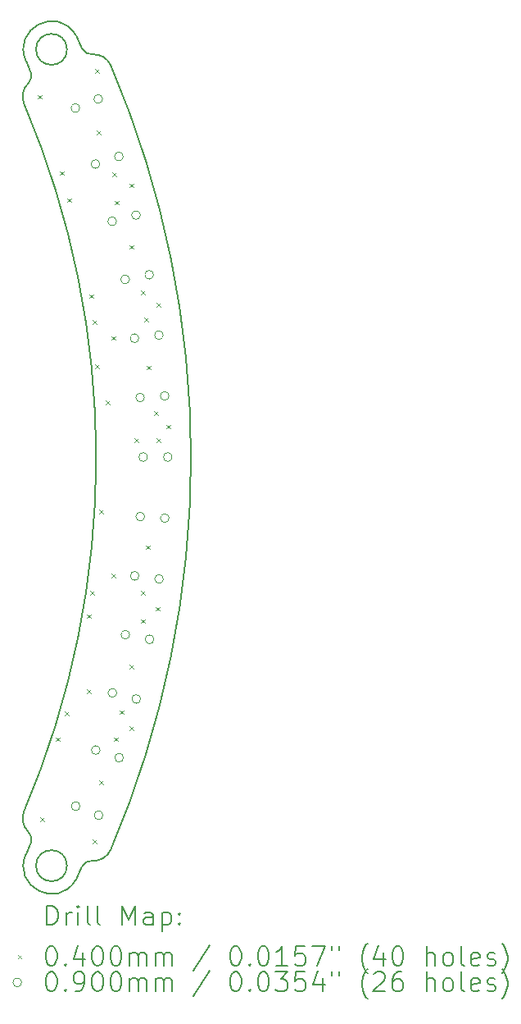
<source format=gbr>
%TF.GenerationSoftware,KiCad,Pcbnew,7.0.9*%
%TF.CreationDate,2024-06-22T15:47:25+09:00*%
%TF.ProjectId,Side_Line,53696465-5f4c-4696-9e65-2e6b69636164,rev?*%
%TF.SameCoordinates,Original*%
%TF.FileFunction,Drillmap*%
%TF.FilePolarity,Positive*%
%FSLAX45Y45*%
G04 Gerber Fmt 4.5, Leading zero omitted, Abs format (unit mm)*
G04 Created by KiCad (PCBNEW 7.0.9) date 2024-06-22 15:47:25*
%MOMM*%
%LPD*%
G01*
G04 APERTURE LIST*
%ADD10C,0.200000*%
%ADD11C,0.100000*%
G04 APERTURE END LIST*
D10*
X23824899Y-14251514D02*
G75*
G03*
X24341568Y-14513911I263851J-120336D01*
G01*
X23824893Y-6068489D02*
X23873173Y-6171469D01*
X24701445Y-14205386D02*
G75*
G03*
X24701445Y-6114614I-9461445J4045386D01*
G01*
X24511906Y-14320114D02*
G75*
G03*
X24701445Y-14205386I14834J189424D01*
G01*
X24248747Y-5948150D02*
G75*
G03*
X24248747Y-5948150I-160000J0D01*
G01*
X24511907Y-14320104D02*
G75*
G03*
X24403957Y-14382575I-8587J-109666D01*
G01*
X24341568Y-14513911D02*
X24403957Y-14382575D01*
X23849163Y-6298081D02*
G75*
G03*
X23804926Y-6510596I130557J-138039D01*
G01*
X24248747Y-14371850D02*
G75*
G03*
X24248747Y-14371850I-160000J0D01*
G01*
X23873177Y-14148533D02*
G75*
G03*
X23849162Y-14021920I-99597J46693D01*
G01*
X23804924Y-13809403D02*
G75*
G03*
X23849162Y-14021920I174796J-74477D01*
G01*
X24341573Y-5806086D02*
G75*
G03*
X23824893Y-6068489I-252823J-142064D01*
G01*
X24403962Y-5937423D02*
G75*
G03*
X24511907Y-5999890I99358J47193D01*
G01*
X23849159Y-6298077D02*
G75*
G03*
X23873173Y-6171469I-75579J79917D01*
G01*
X24701441Y-6114616D02*
G75*
G03*
X24511907Y-5999890I-174702J-74694D01*
G01*
X23804926Y-13809404D02*
G75*
G03*
X23804926Y-6510596I-8564926J3649404D01*
G01*
X24403957Y-5937425D02*
X24341568Y-5806089D01*
X23873173Y-14148531D02*
X23824893Y-14251511D01*
D11*
X23944900Y-6418900D02*
X23984900Y-6458900D01*
X23984900Y-6418900D02*
X23944900Y-6458900D01*
X23970300Y-13873800D02*
X24010300Y-13913800D01*
X24010300Y-13873800D02*
X23970300Y-13913800D01*
X24135400Y-13048300D02*
X24175400Y-13088300D01*
X24175400Y-13048300D02*
X24135400Y-13088300D01*
X24173500Y-7206300D02*
X24213500Y-7246300D01*
X24213500Y-7206300D02*
X24173500Y-7246300D01*
X24224300Y-12781600D02*
X24264300Y-12821600D01*
X24264300Y-12781600D02*
X24224300Y-12821600D01*
X24249700Y-7485700D02*
X24289700Y-7525700D01*
X24289700Y-7485700D02*
X24249700Y-7525700D01*
X24452900Y-11778300D02*
X24492900Y-11818300D01*
X24492900Y-11778300D02*
X24452900Y-11818300D01*
X24452900Y-12553000D02*
X24492900Y-12593000D01*
X24492900Y-12553000D02*
X24452900Y-12593000D01*
X24478300Y-8476300D02*
X24518300Y-8516300D01*
X24518300Y-8476300D02*
X24478300Y-8516300D01*
X24491000Y-11537000D02*
X24531000Y-11577000D01*
X24531000Y-11537000D02*
X24491000Y-11577000D01*
X24516400Y-8743000D02*
X24556400Y-8783000D01*
X24556400Y-8743000D02*
X24516400Y-8783000D01*
X24516400Y-14102400D02*
X24556400Y-14142400D01*
X24556400Y-14102400D02*
X24516400Y-14142400D01*
X24541800Y-6152200D02*
X24581800Y-6192200D01*
X24581800Y-6152200D02*
X24541800Y-6192200D01*
X24541800Y-9200200D02*
X24581800Y-9240200D01*
X24581800Y-9200200D02*
X24541800Y-9240200D01*
X24554500Y-6787200D02*
X24594500Y-6827200D01*
X24594500Y-6787200D02*
X24554500Y-6827200D01*
X24579900Y-10698800D02*
X24619900Y-10738800D01*
X24619900Y-10698800D02*
X24579900Y-10738800D01*
X24579900Y-13492800D02*
X24619900Y-13532800D01*
X24619900Y-13492800D02*
X24579900Y-13532800D01*
X24652340Y-9571040D02*
X24692340Y-9611040D01*
X24692340Y-9571040D02*
X24652340Y-9611040D01*
X24706900Y-8908100D02*
X24746900Y-8948100D01*
X24746900Y-8908100D02*
X24706900Y-8948100D01*
X24706900Y-11359200D02*
X24746900Y-11399200D01*
X24746900Y-11359200D02*
X24706900Y-11399200D01*
X24719600Y-7219000D02*
X24759600Y-7259000D01*
X24759600Y-7219000D02*
X24719600Y-7259000D01*
X24732300Y-13048300D02*
X24772300Y-13088300D01*
X24772300Y-13048300D02*
X24732300Y-13088300D01*
X24745000Y-7511100D02*
X24785000Y-7551100D01*
X24785000Y-7511100D02*
X24745000Y-7551100D01*
X24795800Y-12768900D02*
X24835800Y-12808900D01*
X24835800Y-12768900D02*
X24795800Y-12808900D01*
X24897400Y-7333300D02*
X24937400Y-7373300D01*
X24937400Y-7333300D02*
X24897400Y-7373300D01*
X24897400Y-7968300D02*
X24937400Y-8008300D01*
X24937400Y-7968300D02*
X24897400Y-8008300D01*
X24897400Y-12299000D02*
X24937400Y-12339000D01*
X24937400Y-12299000D02*
X24897400Y-12339000D01*
X24897400Y-12934000D02*
X24937400Y-12974000D01*
X24937400Y-12934000D02*
X24897400Y-12974000D01*
X24948200Y-9962200D02*
X24988200Y-10002200D01*
X24988200Y-9962200D02*
X24948200Y-10002200D01*
X25011700Y-8438200D02*
X25051700Y-8478200D01*
X25051700Y-8438200D02*
X25011700Y-8478200D01*
X25011700Y-11537000D02*
X25051700Y-11577000D01*
X25051700Y-11537000D02*
X25011700Y-11577000D01*
X25011700Y-11829100D02*
X25051700Y-11869100D01*
X25051700Y-11829100D02*
X25011700Y-11869100D01*
X25049800Y-8717600D02*
X25089800Y-8757600D01*
X25089800Y-8717600D02*
X25049800Y-8757600D01*
X25062500Y-11067100D02*
X25102500Y-11107100D01*
X25102500Y-11067100D02*
X25062500Y-11107100D01*
X25075200Y-9212900D02*
X25115200Y-9252900D01*
X25115200Y-9212900D02*
X25075200Y-9252900D01*
X25151400Y-9682800D02*
X25191400Y-9722800D01*
X25191400Y-9682800D02*
X25151400Y-9722800D01*
X25164100Y-11702100D02*
X25204100Y-11742100D01*
X25204100Y-11702100D02*
X25164100Y-11742100D01*
X25172450Y-9962200D02*
X25212450Y-10002200D01*
X25212450Y-9962200D02*
X25172450Y-10002200D01*
X25176800Y-8565200D02*
X25216800Y-8605200D01*
X25216800Y-8565200D02*
X25176800Y-8605200D01*
X25278400Y-9822500D02*
X25318400Y-9862500D01*
X25318400Y-9822500D02*
X25278400Y-9862500D01*
X24380602Y-6553333D02*
G75*
G03*
X24380602Y-6553333I-45000J0D01*
G01*
X24384342Y-13757221D02*
G75*
G03*
X24384342Y-13757221I-45000J0D01*
G01*
X24588168Y-7131876D02*
G75*
G03*
X24588168Y-7131876I-45000J0D01*
G01*
X24591307Y-13178461D02*
G75*
G03*
X24591307Y-13178461I-45000J0D01*
G01*
X24616766Y-6459829D02*
G75*
G03*
X24616766Y-6459829I-45000J0D01*
G01*
X24620506Y-13850724D02*
G75*
G03*
X24620506Y-13850724I-45000J0D01*
G01*
X24760916Y-7721753D02*
G75*
G03*
X24760916Y-7721753I-45000J0D01*
G01*
X24763443Y-12588406D02*
G75*
G03*
X24763443Y-12588406I-45000J0D01*
G01*
X24829736Y-7053386D02*
G75*
G03*
X24829736Y-7053386I-45000J0D01*
G01*
X24832876Y-13256951D02*
G75*
G03*
X24832876Y-13256951I-45000J0D01*
G01*
X24894334Y-8321750D02*
G75*
G03*
X24894334Y-8321750I-45000J0D01*
G01*
X24897220Y-11988457D02*
G75*
G03*
X24897220Y-11988457I-45000J0D01*
G01*
X24991789Y-8928627D02*
G75*
G03*
X24991789Y-8928627I-45000J0D01*
G01*
X24993062Y-11381293D02*
G75*
G03*
X24993062Y-11381293I-45000J0D01*
G01*
X25006936Y-7658586D02*
G75*
G03*
X25006936Y-7658586I-45000J0D01*
G01*
X25009463Y-12651573D02*
G75*
G03*
X25009463Y-12651573I-45000J0D01*
G01*
X25049953Y-9540551D02*
G75*
G03*
X25049953Y-9540551I-45000J0D01*
G01*
X25050591Y-10769309D02*
G75*
G03*
X25050591Y-10769309I-45000J0D01*
G01*
X25081780Y-10154920D02*
G75*
G03*
X25081780Y-10154920I-45000J0D01*
G01*
X25143835Y-8274155D02*
G75*
G03*
X25143835Y-8274155I-45000J0D01*
G01*
X25146721Y-12036052D02*
G75*
G03*
X25146721Y-12036052I-45000J0D01*
G01*
X25243786Y-8896792D02*
G75*
G03*
X25243786Y-8896792I-45000J0D01*
G01*
X25245059Y-11413128D02*
G75*
G03*
X25245059Y-11413128I-45000J0D01*
G01*
X25303452Y-9524602D02*
G75*
G03*
X25303452Y-9524602I-45000J0D01*
G01*
X25304090Y-10785258D02*
G75*
G03*
X25304090Y-10785258I-45000J0D01*
G01*
X25335780Y-10154920D02*
G75*
G03*
X25335780Y-10154920I-45000J0D01*
G01*
D10*
X24040496Y-14983331D02*
X24040496Y-14783331D01*
X24040496Y-14783331D02*
X24088115Y-14783331D01*
X24088115Y-14783331D02*
X24116686Y-14792855D01*
X24116686Y-14792855D02*
X24135734Y-14811902D01*
X24135734Y-14811902D02*
X24145258Y-14830950D01*
X24145258Y-14830950D02*
X24154781Y-14869045D01*
X24154781Y-14869045D02*
X24154781Y-14897617D01*
X24154781Y-14897617D02*
X24145258Y-14935712D01*
X24145258Y-14935712D02*
X24135734Y-14954759D01*
X24135734Y-14954759D02*
X24116686Y-14973807D01*
X24116686Y-14973807D02*
X24088115Y-14983331D01*
X24088115Y-14983331D02*
X24040496Y-14983331D01*
X24240496Y-14983331D02*
X24240496Y-14849998D01*
X24240496Y-14888093D02*
X24250020Y-14869045D01*
X24250020Y-14869045D02*
X24259543Y-14859521D01*
X24259543Y-14859521D02*
X24278591Y-14849998D01*
X24278591Y-14849998D02*
X24297639Y-14849998D01*
X24364305Y-14983331D02*
X24364305Y-14849998D01*
X24364305Y-14783331D02*
X24354781Y-14792855D01*
X24354781Y-14792855D02*
X24364305Y-14802379D01*
X24364305Y-14802379D02*
X24373829Y-14792855D01*
X24373829Y-14792855D02*
X24364305Y-14783331D01*
X24364305Y-14783331D02*
X24364305Y-14802379D01*
X24488115Y-14983331D02*
X24469067Y-14973807D01*
X24469067Y-14973807D02*
X24459543Y-14954759D01*
X24459543Y-14954759D02*
X24459543Y-14783331D01*
X24592877Y-14983331D02*
X24573829Y-14973807D01*
X24573829Y-14973807D02*
X24564305Y-14954759D01*
X24564305Y-14954759D02*
X24564305Y-14783331D01*
X24821448Y-14983331D02*
X24821448Y-14783331D01*
X24821448Y-14783331D02*
X24888115Y-14926188D01*
X24888115Y-14926188D02*
X24954781Y-14783331D01*
X24954781Y-14783331D02*
X24954781Y-14983331D01*
X25135734Y-14983331D02*
X25135734Y-14878569D01*
X25135734Y-14878569D02*
X25126210Y-14859521D01*
X25126210Y-14859521D02*
X25107162Y-14849998D01*
X25107162Y-14849998D02*
X25069067Y-14849998D01*
X25069067Y-14849998D02*
X25050020Y-14859521D01*
X25135734Y-14973807D02*
X25116686Y-14983331D01*
X25116686Y-14983331D02*
X25069067Y-14983331D01*
X25069067Y-14983331D02*
X25050020Y-14973807D01*
X25050020Y-14973807D02*
X25040496Y-14954759D01*
X25040496Y-14954759D02*
X25040496Y-14935712D01*
X25040496Y-14935712D02*
X25050020Y-14916664D01*
X25050020Y-14916664D02*
X25069067Y-14907140D01*
X25069067Y-14907140D02*
X25116686Y-14907140D01*
X25116686Y-14907140D02*
X25135734Y-14897617D01*
X25230972Y-14849998D02*
X25230972Y-15049998D01*
X25230972Y-14859521D02*
X25250020Y-14849998D01*
X25250020Y-14849998D02*
X25288115Y-14849998D01*
X25288115Y-14849998D02*
X25307162Y-14859521D01*
X25307162Y-14859521D02*
X25316686Y-14869045D01*
X25316686Y-14869045D02*
X25326210Y-14888093D01*
X25326210Y-14888093D02*
X25326210Y-14945236D01*
X25326210Y-14945236D02*
X25316686Y-14964283D01*
X25316686Y-14964283D02*
X25307162Y-14973807D01*
X25307162Y-14973807D02*
X25288115Y-14983331D01*
X25288115Y-14983331D02*
X25250020Y-14983331D01*
X25250020Y-14983331D02*
X25230972Y-14973807D01*
X25411924Y-14964283D02*
X25421448Y-14973807D01*
X25421448Y-14973807D02*
X25411924Y-14983331D01*
X25411924Y-14983331D02*
X25402401Y-14973807D01*
X25402401Y-14973807D02*
X25411924Y-14964283D01*
X25411924Y-14964283D02*
X25411924Y-14983331D01*
X25411924Y-14859521D02*
X25421448Y-14869045D01*
X25421448Y-14869045D02*
X25411924Y-14878569D01*
X25411924Y-14878569D02*
X25402401Y-14869045D01*
X25402401Y-14869045D02*
X25411924Y-14859521D01*
X25411924Y-14859521D02*
X25411924Y-14878569D01*
D11*
X23739719Y-15291847D02*
X23779719Y-15331847D01*
X23779719Y-15291847D02*
X23739719Y-15331847D01*
D10*
X24078591Y-15203331D02*
X24097639Y-15203331D01*
X24097639Y-15203331D02*
X24116686Y-15212855D01*
X24116686Y-15212855D02*
X24126210Y-15222379D01*
X24126210Y-15222379D02*
X24135734Y-15241426D01*
X24135734Y-15241426D02*
X24145258Y-15279521D01*
X24145258Y-15279521D02*
X24145258Y-15327140D01*
X24145258Y-15327140D02*
X24135734Y-15365236D01*
X24135734Y-15365236D02*
X24126210Y-15384283D01*
X24126210Y-15384283D02*
X24116686Y-15393807D01*
X24116686Y-15393807D02*
X24097639Y-15403331D01*
X24097639Y-15403331D02*
X24078591Y-15403331D01*
X24078591Y-15403331D02*
X24059543Y-15393807D01*
X24059543Y-15393807D02*
X24050020Y-15384283D01*
X24050020Y-15384283D02*
X24040496Y-15365236D01*
X24040496Y-15365236D02*
X24030972Y-15327140D01*
X24030972Y-15327140D02*
X24030972Y-15279521D01*
X24030972Y-15279521D02*
X24040496Y-15241426D01*
X24040496Y-15241426D02*
X24050020Y-15222379D01*
X24050020Y-15222379D02*
X24059543Y-15212855D01*
X24059543Y-15212855D02*
X24078591Y-15203331D01*
X24230972Y-15384283D02*
X24240496Y-15393807D01*
X24240496Y-15393807D02*
X24230972Y-15403331D01*
X24230972Y-15403331D02*
X24221448Y-15393807D01*
X24221448Y-15393807D02*
X24230972Y-15384283D01*
X24230972Y-15384283D02*
X24230972Y-15403331D01*
X24411924Y-15269998D02*
X24411924Y-15403331D01*
X24364305Y-15193807D02*
X24316686Y-15336664D01*
X24316686Y-15336664D02*
X24440496Y-15336664D01*
X24554781Y-15203331D02*
X24573829Y-15203331D01*
X24573829Y-15203331D02*
X24592877Y-15212855D01*
X24592877Y-15212855D02*
X24602401Y-15222379D01*
X24602401Y-15222379D02*
X24611924Y-15241426D01*
X24611924Y-15241426D02*
X24621448Y-15279521D01*
X24621448Y-15279521D02*
X24621448Y-15327140D01*
X24621448Y-15327140D02*
X24611924Y-15365236D01*
X24611924Y-15365236D02*
X24602401Y-15384283D01*
X24602401Y-15384283D02*
X24592877Y-15393807D01*
X24592877Y-15393807D02*
X24573829Y-15403331D01*
X24573829Y-15403331D02*
X24554781Y-15403331D01*
X24554781Y-15403331D02*
X24535734Y-15393807D01*
X24535734Y-15393807D02*
X24526210Y-15384283D01*
X24526210Y-15384283D02*
X24516686Y-15365236D01*
X24516686Y-15365236D02*
X24507162Y-15327140D01*
X24507162Y-15327140D02*
X24507162Y-15279521D01*
X24507162Y-15279521D02*
X24516686Y-15241426D01*
X24516686Y-15241426D02*
X24526210Y-15222379D01*
X24526210Y-15222379D02*
X24535734Y-15212855D01*
X24535734Y-15212855D02*
X24554781Y-15203331D01*
X24745258Y-15203331D02*
X24764305Y-15203331D01*
X24764305Y-15203331D02*
X24783353Y-15212855D01*
X24783353Y-15212855D02*
X24792877Y-15222379D01*
X24792877Y-15222379D02*
X24802401Y-15241426D01*
X24802401Y-15241426D02*
X24811924Y-15279521D01*
X24811924Y-15279521D02*
X24811924Y-15327140D01*
X24811924Y-15327140D02*
X24802401Y-15365236D01*
X24802401Y-15365236D02*
X24792877Y-15384283D01*
X24792877Y-15384283D02*
X24783353Y-15393807D01*
X24783353Y-15393807D02*
X24764305Y-15403331D01*
X24764305Y-15403331D02*
X24745258Y-15403331D01*
X24745258Y-15403331D02*
X24726210Y-15393807D01*
X24726210Y-15393807D02*
X24716686Y-15384283D01*
X24716686Y-15384283D02*
X24707162Y-15365236D01*
X24707162Y-15365236D02*
X24697639Y-15327140D01*
X24697639Y-15327140D02*
X24697639Y-15279521D01*
X24697639Y-15279521D02*
X24707162Y-15241426D01*
X24707162Y-15241426D02*
X24716686Y-15222379D01*
X24716686Y-15222379D02*
X24726210Y-15212855D01*
X24726210Y-15212855D02*
X24745258Y-15203331D01*
X24897639Y-15403331D02*
X24897639Y-15269998D01*
X24897639Y-15289045D02*
X24907162Y-15279521D01*
X24907162Y-15279521D02*
X24926210Y-15269998D01*
X24926210Y-15269998D02*
X24954782Y-15269998D01*
X24954782Y-15269998D02*
X24973829Y-15279521D01*
X24973829Y-15279521D02*
X24983353Y-15298569D01*
X24983353Y-15298569D02*
X24983353Y-15403331D01*
X24983353Y-15298569D02*
X24992877Y-15279521D01*
X24992877Y-15279521D02*
X25011924Y-15269998D01*
X25011924Y-15269998D02*
X25040496Y-15269998D01*
X25040496Y-15269998D02*
X25059543Y-15279521D01*
X25059543Y-15279521D02*
X25069067Y-15298569D01*
X25069067Y-15298569D02*
X25069067Y-15403331D01*
X25164305Y-15403331D02*
X25164305Y-15269998D01*
X25164305Y-15289045D02*
X25173829Y-15279521D01*
X25173829Y-15279521D02*
X25192877Y-15269998D01*
X25192877Y-15269998D02*
X25221448Y-15269998D01*
X25221448Y-15269998D02*
X25240496Y-15279521D01*
X25240496Y-15279521D02*
X25250020Y-15298569D01*
X25250020Y-15298569D02*
X25250020Y-15403331D01*
X25250020Y-15298569D02*
X25259543Y-15279521D01*
X25259543Y-15279521D02*
X25278591Y-15269998D01*
X25278591Y-15269998D02*
X25307162Y-15269998D01*
X25307162Y-15269998D02*
X25326210Y-15279521D01*
X25326210Y-15279521D02*
X25335734Y-15298569D01*
X25335734Y-15298569D02*
X25335734Y-15403331D01*
X25726210Y-15193807D02*
X25554782Y-15450950D01*
X25983353Y-15203331D02*
X26002401Y-15203331D01*
X26002401Y-15203331D02*
X26021448Y-15212855D01*
X26021448Y-15212855D02*
X26030972Y-15222379D01*
X26030972Y-15222379D02*
X26040496Y-15241426D01*
X26040496Y-15241426D02*
X26050020Y-15279521D01*
X26050020Y-15279521D02*
X26050020Y-15327140D01*
X26050020Y-15327140D02*
X26040496Y-15365236D01*
X26040496Y-15365236D02*
X26030972Y-15384283D01*
X26030972Y-15384283D02*
X26021448Y-15393807D01*
X26021448Y-15393807D02*
X26002401Y-15403331D01*
X26002401Y-15403331D02*
X25983353Y-15403331D01*
X25983353Y-15403331D02*
X25964305Y-15393807D01*
X25964305Y-15393807D02*
X25954782Y-15384283D01*
X25954782Y-15384283D02*
X25945258Y-15365236D01*
X25945258Y-15365236D02*
X25935734Y-15327140D01*
X25935734Y-15327140D02*
X25935734Y-15279521D01*
X25935734Y-15279521D02*
X25945258Y-15241426D01*
X25945258Y-15241426D02*
X25954782Y-15222379D01*
X25954782Y-15222379D02*
X25964305Y-15212855D01*
X25964305Y-15212855D02*
X25983353Y-15203331D01*
X26135734Y-15384283D02*
X26145258Y-15393807D01*
X26145258Y-15393807D02*
X26135734Y-15403331D01*
X26135734Y-15403331D02*
X26126210Y-15393807D01*
X26126210Y-15393807D02*
X26135734Y-15384283D01*
X26135734Y-15384283D02*
X26135734Y-15403331D01*
X26269067Y-15203331D02*
X26288115Y-15203331D01*
X26288115Y-15203331D02*
X26307163Y-15212855D01*
X26307163Y-15212855D02*
X26316686Y-15222379D01*
X26316686Y-15222379D02*
X26326210Y-15241426D01*
X26326210Y-15241426D02*
X26335734Y-15279521D01*
X26335734Y-15279521D02*
X26335734Y-15327140D01*
X26335734Y-15327140D02*
X26326210Y-15365236D01*
X26326210Y-15365236D02*
X26316686Y-15384283D01*
X26316686Y-15384283D02*
X26307163Y-15393807D01*
X26307163Y-15393807D02*
X26288115Y-15403331D01*
X26288115Y-15403331D02*
X26269067Y-15403331D01*
X26269067Y-15403331D02*
X26250020Y-15393807D01*
X26250020Y-15393807D02*
X26240496Y-15384283D01*
X26240496Y-15384283D02*
X26230972Y-15365236D01*
X26230972Y-15365236D02*
X26221448Y-15327140D01*
X26221448Y-15327140D02*
X26221448Y-15279521D01*
X26221448Y-15279521D02*
X26230972Y-15241426D01*
X26230972Y-15241426D02*
X26240496Y-15222379D01*
X26240496Y-15222379D02*
X26250020Y-15212855D01*
X26250020Y-15212855D02*
X26269067Y-15203331D01*
X26526210Y-15403331D02*
X26411925Y-15403331D01*
X26469067Y-15403331D02*
X26469067Y-15203331D01*
X26469067Y-15203331D02*
X26450020Y-15231902D01*
X26450020Y-15231902D02*
X26430972Y-15250950D01*
X26430972Y-15250950D02*
X26411925Y-15260474D01*
X26707163Y-15203331D02*
X26611925Y-15203331D01*
X26611925Y-15203331D02*
X26602401Y-15298569D01*
X26602401Y-15298569D02*
X26611925Y-15289045D01*
X26611925Y-15289045D02*
X26630972Y-15279521D01*
X26630972Y-15279521D02*
X26678591Y-15279521D01*
X26678591Y-15279521D02*
X26697639Y-15289045D01*
X26697639Y-15289045D02*
X26707163Y-15298569D01*
X26707163Y-15298569D02*
X26716686Y-15317617D01*
X26716686Y-15317617D02*
X26716686Y-15365236D01*
X26716686Y-15365236D02*
X26707163Y-15384283D01*
X26707163Y-15384283D02*
X26697639Y-15393807D01*
X26697639Y-15393807D02*
X26678591Y-15403331D01*
X26678591Y-15403331D02*
X26630972Y-15403331D01*
X26630972Y-15403331D02*
X26611925Y-15393807D01*
X26611925Y-15393807D02*
X26602401Y-15384283D01*
X26783353Y-15203331D02*
X26916686Y-15203331D01*
X26916686Y-15203331D02*
X26830972Y-15403331D01*
X26983353Y-15203331D02*
X26983353Y-15241426D01*
X27059544Y-15203331D02*
X27059544Y-15241426D01*
X27354782Y-15479521D02*
X27345258Y-15469998D01*
X27345258Y-15469998D02*
X27326210Y-15441426D01*
X27326210Y-15441426D02*
X27316687Y-15422379D01*
X27316687Y-15422379D02*
X27307163Y-15393807D01*
X27307163Y-15393807D02*
X27297639Y-15346188D01*
X27297639Y-15346188D02*
X27297639Y-15308093D01*
X27297639Y-15308093D02*
X27307163Y-15260474D01*
X27307163Y-15260474D02*
X27316687Y-15231902D01*
X27316687Y-15231902D02*
X27326210Y-15212855D01*
X27326210Y-15212855D02*
X27345258Y-15184283D01*
X27345258Y-15184283D02*
X27354782Y-15174759D01*
X27516687Y-15269998D02*
X27516687Y-15403331D01*
X27469067Y-15193807D02*
X27421448Y-15336664D01*
X27421448Y-15336664D02*
X27545258Y-15336664D01*
X27659544Y-15203331D02*
X27678591Y-15203331D01*
X27678591Y-15203331D02*
X27697639Y-15212855D01*
X27697639Y-15212855D02*
X27707163Y-15222379D01*
X27707163Y-15222379D02*
X27716687Y-15241426D01*
X27716687Y-15241426D02*
X27726210Y-15279521D01*
X27726210Y-15279521D02*
X27726210Y-15327140D01*
X27726210Y-15327140D02*
X27716687Y-15365236D01*
X27716687Y-15365236D02*
X27707163Y-15384283D01*
X27707163Y-15384283D02*
X27697639Y-15393807D01*
X27697639Y-15393807D02*
X27678591Y-15403331D01*
X27678591Y-15403331D02*
X27659544Y-15403331D01*
X27659544Y-15403331D02*
X27640496Y-15393807D01*
X27640496Y-15393807D02*
X27630972Y-15384283D01*
X27630972Y-15384283D02*
X27621448Y-15365236D01*
X27621448Y-15365236D02*
X27611925Y-15327140D01*
X27611925Y-15327140D02*
X27611925Y-15279521D01*
X27611925Y-15279521D02*
X27621448Y-15241426D01*
X27621448Y-15241426D02*
X27630972Y-15222379D01*
X27630972Y-15222379D02*
X27640496Y-15212855D01*
X27640496Y-15212855D02*
X27659544Y-15203331D01*
X27964306Y-15403331D02*
X27964306Y-15203331D01*
X28050020Y-15403331D02*
X28050020Y-15298569D01*
X28050020Y-15298569D02*
X28040496Y-15279521D01*
X28040496Y-15279521D02*
X28021449Y-15269998D01*
X28021449Y-15269998D02*
X27992877Y-15269998D01*
X27992877Y-15269998D02*
X27973829Y-15279521D01*
X27973829Y-15279521D02*
X27964306Y-15289045D01*
X28173829Y-15403331D02*
X28154782Y-15393807D01*
X28154782Y-15393807D02*
X28145258Y-15384283D01*
X28145258Y-15384283D02*
X28135734Y-15365236D01*
X28135734Y-15365236D02*
X28135734Y-15308093D01*
X28135734Y-15308093D02*
X28145258Y-15289045D01*
X28145258Y-15289045D02*
X28154782Y-15279521D01*
X28154782Y-15279521D02*
X28173829Y-15269998D01*
X28173829Y-15269998D02*
X28202401Y-15269998D01*
X28202401Y-15269998D02*
X28221449Y-15279521D01*
X28221449Y-15279521D02*
X28230972Y-15289045D01*
X28230972Y-15289045D02*
X28240496Y-15308093D01*
X28240496Y-15308093D02*
X28240496Y-15365236D01*
X28240496Y-15365236D02*
X28230972Y-15384283D01*
X28230972Y-15384283D02*
X28221449Y-15393807D01*
X28221449Y-15393807D02*
X28202401Y-15403331D01*
X28202401Y-15403331D02*
X28173829Y-15403331D01*
X28354782Y-15403331D02*
X28335734Y-15393807D01*
X28335734Y-15393807D02*
X28326210Y-15374759D01*
X28326210Y-15374759D02*
X28326210Y-15203331D01*
X28507163Y-15393807D02*
X28488115Y-15403331D01*
X28488115Y-15403331D02*
X28450020Y-15403331D01*
X28450020Y-15403331D02*
X28430972Y-15393807D01*
X28430972Y-15393807D02*
X28421449Y-15374759D01*
X28421449Y-15374759D02*
X28421449Y-15298569D01*
X28421449Y-15298569D02*
X28430972Y-15279521D01*
X28430972Y-15279521D02*
X28450020Y-15269998D01*
X28450020Y-15269998D02*
X28488115Y-15269998D01*
X28488115Y-15269998D02*
X28507163Y-15279521D01*
X28507163Y-15279521D02*
X28516687Y-15298569D01*
X28516687Y-15298569D02*
X28516687Y-15317617D01*
X28516687Y-15317617D02*
X28421449Y-15336664D01*
X28592877Y-15393807D02*
X28611925Y-15403331D01*
X28611925Y-15403331D02*
X28650020Y-15403331D01*
X28650020Y-15403331D02*
X28669068Y-15393807D01*
X28669068Y-15393807D02*
X28678591Y-15374759D01*
X28678591Y-15374759D02*
X28678591Y-15365236D01*
X28678591Y-15365236D02*
X28669068Y-15346188D01*
X28669068Y-15346188D02*
X28650020Y-15336664D01*
X28650020Y-15336664D02*
X28621449Y-15336664D01*
X28621449Y-15336664D02*
X28602401Y-15327140D01*
X28602401Y-15327140D02*
X28592877Y-15308093D01*
X28592877Y-15308093D02*
X28592877Y-15298569D01*
X28592877Y-15298569D02*
X28602401Y-15279521D01*
X28602401Y-15279521D02*
X28621449Y-15269998D01*
X28621449Y-15269998D02*
X28650020Y-15269998D01*
X28650020Y-15269998D02*
X28669068Y-15279521D01*
X28745258Y-15479521D02*
X28754782Y-15469998D01*
X28754782Y-15469998D02*
X28773830Y-15441426D01*
X28773830Y-15441426D02*
X28783353Y-15422379D01*
X28783353Y-15422379D02*
X28792877Y-15393807D01*
X28792877Y-15393807D02*
X28802401Y-15346188D01*
X28802401Y-15346188D02*
X28802401Y-15308093D01*
X28802401Y-15308093D02*
X28792877Y-15260474D01*
X28792877Y-15260474D02*
X28783353Y-15231902D01*
X28783353Y-15231902D02*
X28773830Y-15212855D01*
X28773830Y-15212855D02*
X28754782Y-15184283D01*
X28754782Y-15184283D02*
X28745258Y-15174759D01*
D11*
X23779719Y-15575847D02*
G75*
G03*
X23779719Y-15575847I-45000J0D01*
G01*
D10*
X24078591Y-15467331D02*
X24097639Y-15467331D01*
X24097639Y-15467331D02*
X24116686Y-15476855D01*
X24116686Y-15476855D02*
X24126210Y-15486379D01*
X24126210Y-15486379D02*
X24135734Y-15505426D01*
X24135734Y-15505426D02*
X24145258Y-15543521D01*
X24145258Y-15543521D02*
X24145258Y-15591140D01*
X24145258Y-15591140D02*
X24135734Y-15629236D01*
X24135734Y-15629236D02*
X24126210Y-15648283D01*
X24126210Y-15648283D02*
X24116686Y-15657807D01*
X24116686Y-15657807D02*
X24097639Y-15667331D01*
X24097639Y-15667331D02*
X24078591Y-15667331D01*
X24078591Y-15667331D02*
X24059543Y-15657807D01*
X24059543Y-15657807D02*
X24050020Y-15648283D01*
X24050020Y-15648283D02*
X24040496Y-15629236D01*
X24040496Y-15629236D02*
X24030972Y-15591140D01*
X24030972Y-15591140D02*
X24030972Y-15543521D01*
X24030972Y-15543521D02*
X24040496Y-15505426D01*
X24040496Y-15505426D02*
X24050020Y-15486379D01*
X24050020Y-15486379D02*
X24059543Y-15476855D01*
X24059543Y-15476855D02*
X24078591Y-15467331D01*
X24230972Y-15648283D02*
X24240496Y-15657807D01*
X24240496Y-15657807D02*
X24230972Y-15667331D01*
X24230972Y-15667331D02*
X24221448Y-15657807D01*
X24221448Y-15657807D02*
X24230972Y-15648283D01*
X24230972Y-15648283D02*
X24230972Y-15667331D01*
X24335734Y-15667331D02*
X24373829Y-15667331D01*
X24373829Y-15667331D02*
X24392877Y-15657807D01*
X24392877Y-15657807D02*
X24402401Y-15648283D01*
X24402401Y-15648283D02*
X24421448Y-15619712D01*
X24421448Y-15619712D02*
X24430972Y-15581617D01*
X24430972Y-15581617D02*
X24430972Y-15505426D01*
X24430972Y-15505426D02*
X24421448Y-15486379D01*
X24421448Y-15486379D02*
X24411924Y-15476855D01*
X24411924Y-15476855D02*
X24392877Y-15467331D01*
X24392877Y-15467331D02*
X24354781Y-15467331D01*
X24354781Y-15467331D02*
X24335734Y-15476855D01*
X24335734Y-15476855D02*
X24326210Y-15486379D01*
X24326210Y-15486379D02*
X24316686Y-15505426D01*
X24316686Y-15505426D02*
X24316686Y-15553045D01*
X24316686Y-15553045D02*
X24326210Y-15572093D01*
X24326210Y-15572093D02*
X24335734Y-15581617D01*
X24335734Y-15581617D02*
X24354781Y-15591140D01*
X24354781Y-15591140D02*
X24392877Y-15591140D01*
X24392877Y-15591140D02*
X24411924Y-15581617D01*
X24411924Y-15581617D02*
X24421448Y-15572093D01*
X24421448Y-15572093D02*
X24430972Y-15553045D01*
X24554781Y-15467331D02*
X24573829Y-15467331D01*
X24573829Y-15467331D02*
X24592877Y-15476855D01*
X24592877Y-15476855D02*
X24602401Y-15486379D01*
X24602401Y-15486379D02*
X24611924Y-15505426D01*
X24611924Y-15505426D02*
X24621448Y-15543521D01*
X24621448Y-15543521D02*
X24621448Y-15591140D01*
X24621448Y-15591140D02*
X24611924Y-15629236D01*
X24611924Y-15629236D02*
X24602401Y-15648283D01*
X24602401Y-15648283D02*
X24592877Y-15657807D01*
X24592877Y-15657807D02*
X24573829Y-15667331D01*
X24573829Y-15667331D02*
X24554781Y-15667331D01*
X24554781Y-15667331D02*
X24535734Y-15657807D01*
X24535734Y-15657807D02*
X24526210Y-15648283D01*
X24526210Y-15648283D02*
X24516686Y-15629236D01*
X24516686Y-15629236D02*
X24507162Y-15591140D01*
X24507162Y-15591140D02*
X24507162Y-15543521D01*
X24507162Y-15543521D02*
X24516686Y-15505426D01*
X24516686Y-15505426D02*
X24526210Y-15486379D01*
X24526210Y-15486379D02*
X24535734Y-15476855D01*
X24535734Y-15476855D02*
X24554781Y-15467331D01*
X24745258Y-15467331D02*
X24764305Y-15467331D01*
X24764305Y-15467331D02*
X24783353Y-15476855D01*
X24783353Y-15476855D02*
X24792877Y-15486379D01*
X24792877Y-15486379D02*
X24802401Y-15505426D01*
X24802401Y-15505426D02*
X24811924Y-15543521D01*
X24811924Y-15543521D02*
X24811924Y-15591140D01*
X24811924Y-15591140D02*
X24802401Y-15629236D01*
X24802401Y-15629236D02*
X24792877Y-15648283D01*
X24792877Y-15648283D02*
X24783353Y-15657807D01*
X24783353Y-15657807D02*
X24764305Y-15667331D01*
X24764305Y-15667331D02*
X24745258Y-15667331D01*
X24745258Y-15667331D02*
X24726210Y-15657807D01*
X24726210Y-15657807D02*
X24716686Y-15648283D01*
X24716686Y-15648283D02*
X24707162Y-15629236D01*
X24707162Y-15629236D02*
X24697639Y-15591140D01*
X24697639Y-15591140D02*
X24697639Y-15543521D01*
X24697639Y-15543521D02*
X24707162Y-15505426D01*
X24707162Y-15505426D02*
X24716686Y-15486379D01*
X24716686Y-15486379D02*
X24726210Y-15476855D01*
X24726210Y-15476855D02*
X24745258Y-15467331D01*
X24897639Y-15667331D02*
X24897639Y-15533998D01*
X24897639Y-15553045D02*
X24907162Y-15543521D01*
X24907162Y-15543521D02*
X24926210Y-15533998D01*
X24926210Y-15533998D02*
X24954782Y-15533998D01*
X24954782Y-15533998D02*
X24973829Y-15543521D01*
X24973829Y-15543521D02*
X24983353Y-15562569D01*
X24983353Y-15562569D02*
X24983353Y-15667331D01*
X24983353Y-15562569D02*
X24992877Y-15543521D01*
X24992877Y-15543521D02*
X25011924Y-15533998D01*
X25011924Y-15533998D02*
X25040496Y-15533998D01*
X25040496Y-15533998D02*
X25059543Y-15543521D01*
X25059543Y-15543521D02*
X25069067Y-15562569D01*
X25069067Y-15562569D02*
X25069067Y-15667331D01*
X25164305Y-15667331D02*
X25164305Y-15533998D01*
X25164305Y-15553045D02*
X25173829Y-15543521D01*
X25173829Y-15543521D02*
X25192877Y-15533998D01*
X25192877Y-15533998D02*
X25221448Y-15533998D01*
X25221448Y-15533998D02*
X25240496Y-15543521D01*
X25240496Y-15543521D02*
X25250020Y-15562569D01*
X25250020Y-15562569D02*
X25250020Y-15667331D01*
X25250020Y-15562569D02*
X25259543Y-15543521D01*
X25259543Y-15543521D02*
X25278591Y-15533998D01*
X25278591Y-15533998D02*
X25307162Y-15533998D01*
X25307162Y-15533998D02*
X25326210Y-15543521D01*
X25326210Y-15543521D02*
X25335734Y-15562569D01*
X25335734Y-15562569D02*
X25335734Y-15667331D01*
X25726210Y-15457807D02*
X25554782Y-15714950D01*
X25983353Y-15467331D02*
X26002401Y-15467331D01*
X26002401Y-15467331D02*
X26021448Y-15476855D01*
X26021448Y-15476855D02*
X26030972Y-15486379D01*
X26030972Y-15486379D02*
X26040496Y-15505426D01*
X26040496Y-15505426D02*
X26050020Y-15543521D01*
X26050020Y-15543521D02*
X26050020Y-15591140D01*
X26050020Y-15591140D02*
X26040496Y-15629236D01*
X26040496Y-15629236D02*
X26030972Y-15648283D01*
X26030972Y-15648283D02*
X26021448Y-15657807D01*
X26021448Y-15657807D02*
X26002401Y-15667331D01*
X26002401Y-15667331D02*
X25983353Y-15667331D01*
X25983353Y-15667331D02*
X25964305Y-15657807D01*
X25964305Y-15657807D02*
X25954782Y-15648283D01*
X25954782Y-15648283D02*
X25945258Y-15629236D01*
X25945258Y-15629236D02*
X25935734Y-15591140D01*
X25935734Y-15591140D02*
X25935734Y-15543521D01*
X25935734Y-15543521D02*
X25945258Y-15505426D01*
X25945258Y-15505426D02*
X25954782Y-15486379D01*
X25954782Y-15486379D02*
X25964305Y-15476855D01*
X25964305Y-15476855D02*
X25983353Y-15467331D01*
X26135734Y-15648283D02*
X26145258Y-15657807D01*
X26145258Y-15657807D02*
X26135734Y-15667331D01*
X26135734Y-15667331D02*
X26126210Y-15657807D01*
X26126210Y-15657807D02*
X26135734Y-15648283D01*
X26135734Y-15648283D02*
X26135734Y-15667331D01*
X26269067Y-15467331D02*
X26288115Y-15467331D01*
X26288115Y-15467331D02*
X26307163Y-15476855D01*
X26307163Y-15476855D02*
X26316686Y-15486379D01*
X26316686Y-15486379D02*
X26326210Y-15505426D01*
X26326210Y-15505426D02*
X26335734Y-15543521D01*
X26335734Y-15543521D02*
X26335734Y-15591140D01*
X26335734Y-15591140D02*
X26326210Y-15629236D01*
X26326210Y-15629236D02*
X26316686Y-15648283D01*
X26316686Y-15648283D02*
X26307163Y-15657807D01*
X26307163Y-15657807D02*
X26288115Y-15667331D01*
X26288115Y-15667331D02*
X26269067Y-15667331D01*
X26269067Y-15667331D02*
X26250020Y-15657807D01*
X26250020Y-15657807D02*
X26240496Y-15648283D01*
X26240496Y-15648283D02*
X26230972Y-15629236D01*
X26230972Y-15629236D02*
X26221448Y-15591140D01*
X26221448Y-15591140D02*
X26221448Y-15543521D01*
X26221448Y-15543521D02*
X26230972Y-15505426D01*
X26230972Y-15505426D02*
X26240496Y-15486379D01*
X26240496Y-15486379D02*
X26250020Y-15476855D01*
X26250020Y-15476855D02*
X26269067Y-15467331D01*
X26402401Y-15467331D02*
X26526210Y-15467331D01*
X26526210Y-15467331D02*
X26459544Y-15543521D01*
X26459544Y-15543521D02*
X26488115Y-15543521D01*
X26488115Y-15543521D02*
X26507163Y-15553045D01*
X26507163Y-15553045D02*
X26516686Y-15562569D01*
X26516686Y-15562569D02*
X26526210Y-15581617D01*
X26526210Y-15581617D02*
X26526210Y-15629236D01*
X26526210Y-15629236D02*
X26516686Y-15648283D01*
X26516686Y-15648283D02*
X26507163Y-15657807D01*
X26507163Y-15657807D02*
X26488115Y-15667331D01*
X26488115Y-15667331D02*
X26430972Y-15667331D01*
X26430972Y-15667331D02*
X26411925Y-15657807D01*
X26411925Y-15657807D02*
X26402401Y-15648283D01*
X26707163Y-15467331D02*
X26611925Y-15467331D01*
X26611925Y-15467331D02*
X26602401Y-15562569D01*
X26602401Y-15562569D02*
X26611925Y-15553045D01*
X26611925Y-15553045D02*
X26630972Y-15543521D01*
X26630972Y-15543521D02*
X26678591Y-15543521D01*
X26678591Y-15543521D02*
X26697639Y-15553045D01*
X26697639Y-15553045D02*
X26707163Y-15562569D01*
X26707163Y-15562569D02*
X26716686Y-15581617D01*
X26716686Y-15581617D02*
X26716686Y-15629236D01*
X26716686Y-15629236D02*
X26707163Y-15648283D01*
X26707163Y-15648283D02*
X26697639Y-15657807D01*
X26697639Y-15657807D02*
X26678591Y-15667331D01*
X26678591Y-15667331D02*
X26630972Y-15667331D01*
X26630972Y-15667331D02*
X26611925Y-15657807D01*
X26611925Y-15657807D02*
X26602401Y-15648283D01*
X26888115Y-15533998D02*
X26888115Y-15667331D01*
X26840496Y-15457807D02*
X26792877Y-15600664D01*
X26792877Y-15600664D02*
X26916686Y-15600664D01*
X26983353Y-15467331D02*
X26983353Y-15505426D01*
X27059544Y-15467331D02*
X27059544Y-15505426D01*
X27354782Y-15743521D02*
X27345258Y-15733998D01*
X27345258Y-15733998D02*
X27326210Y-15705426D01*
X27326210Y-15705426D02*
X27316687Y-15686379D01*
X27316687Y-15686379D02*
X27307163Y-15657807D01*
X27307163Y-15657807D02*
X27297639Y-15610188D01*
X27297639Y-15610188D02*
X27297639Y-15572093D01*
X27297639Y-15572093D02*
X27307163Y-15524474D01*
X27307163Y-15524474D02*
X27316687Y-15495902D01*
X27316687Y-15495902D02*
X27326210Y-15476855D01*
X27326210Y-15476855D02*
X27345258Y-15448283D01*
X27345258Y-15448283D02*
X27354782Y-15438759D01*
X27421448Y-15486379D02*
X27430972Y-15476855D01*
X27430972Y-15476855D02*
X27450020Y-15467331D01*
X27450020Y-15467331D02*
X27497639Y-15467331D01*
X27497639Y-15467331D02*
X27516687Y-15476855D01*
X27516687Y-15476855D02*
X27526210Y-15486379D01*
X27526210Y-15486379D02*
X27535734Y-15505426D01*
X27535734Y-15505426D02*
X27535734Y-15524474D01*
X27535734Y-15524474D02*
X27526210Y-15553045D01*
X27526210Y-15553045D02*
X27411925Y-15667331D01*
X27411925Y-15667331D02*
X27535734Y-15667331D01*
X27707163Y-15467331D02*
X27669067Y-15467331D01*
X27669067Y-15467331D02*
X27650020Y-15476855D01*
X27650020Y-15476855D02*
X27640496Y-15486379D01*
X27640496Y-15486379D02*
X27621448Y-15514950D01*
X27621448Y-15514950D02*
X27611925Y-15553045D01*
X27611925Y-15553045D02*
X27611925Y-15629236D01*
X27611925Y-15629236D02*
X27621448Y-15648283D01*
X27621448Y-15648283D02*
X27630972Y-15657807D01*
X27630972Y-15657807D02*
X27650020Y-15667331D01*
X27650020Y-15667331D02*
X27688115Y-15667331D01*
X27688115Y-15667331D02*
X27707163Y-15657807D01*
X27707163Y-15657807D02*
X27716687Y-15648283D01*
X27716687Y-15648283D02*
X27726210Y-15629236D01*
X27726210Y-15629236D02*
X27726210Y-15581617D01*
X27726210Y-15581617D02*
X27716687Y-15562569D01*
X27716687Y-15562569D02*
X27707163Y-15553045D01*
X27707163Y-15553045D02*
X27688115Y-15543521D01*
X27688115Y-15543521D02*
X27650020Y-15543521D01*
X27650020Y-15543521D02*
X27630972Y-15553045D01*
X27630972Y-15553045D02*
X27621448Y-15562569D01*
X27621448Y-15562569D02*
X27611925Y-15581617D01*
X27964306Y-15667331D02*
X27964306Y-15467331D01*
X28050020Y-15667331D02*
X28050020Y-15562569D01*
X28050020Y-15562569D02*
X28040496Y-15543521D01*
X28040496Y-15543521D02*
X28021449Y-15533998D01*
X28021449Y-15533998D02*
X27992877Y-15533998D01*
X27992877Y-15533998D02*
X27973829Y-15543521D01*
X27973829Y-15543521D02*
X27964306Y-15553045D01*
X28173829Y-15667331D02*
X28154782Y-15657807D01*
X28154782Y-15657807D02*
X28145258Y-15648283D01*
X28145258Y-15648283D02*
X28135734Y-15629236D01*
X28135734Y-15629236D02*
X28135734Y-15572093D01*
X28135734Y-15572093D02*
X28145258Y-15553045D01*
X28145258Y-15553045D02*
X28154782Y-15543521D01*
X28154782Y-15543521D02*
X28173829Y-15533998D01*
X28173829Y-15533998D02*
X28202401Y-15533998D01*
X28202401Y-15533998D02*
X28221449Y-15543521D01*
X28221449Y-15543521D02*
X28230972Y-15553045D01*
X28230972Y-15553045D02*
X28240496Y-15572093D01*
X28240496Y-15572093D02*
X28240496Y-15629236D01*
X28240496Y-15629236D02*
X28230972Y-15648283D01*
X28230972Y-15648283D02*
X28221449Y-15657807D01*
X28221449Y-15657807D02*
X28202401Y-15667331D01*
X28202401Y-15667331D02*
X28173829Y-15667331D01*
X28354782Y-15667331D02*
X28335734Y-15657807D01*
X28335734Y-15657807D02*
X28326210Y-15638759D01*
X28326210Y-15638759D02*
X28326210Y-15467331D01*
X28507163Y-15657807D02*
X28488115Y-15667331D01*
X28488115Y-15667331D02*
X28450020Y-15667331D01*
X28450020Y-15667331D02*
X28430972Y-15657807D01*
X28430972Y-15657807D02*
X28421449Y-15638759D01*
X28421449Y-15638759D02*
X28421449Y-15562569D01*
X28421449Y-15562569D02*
X28430972Y-15543521D01*
X28430972Y-15543521D02*
X28450020Y-15533998D01*
X28450020Y-15533998D02*
X28488115Y-15533998D01*
X28488115Y-15533998D02*
X28507163Y-15543521D01*
X28507163Y-15543521D02*
X28516687Y-15562569D01*
X28516687Y-15562569D02*
X28516687Y-15581617D01*
X28516687Y-15581617D02*
X28421449Y-15600664D01*
X28592877Y-15657807D02*
X28611925Y-15667331D01*
X28611925Y-15667331D02*
X28650020Y-15667331D01*
X28650020Y-15667331D02*
X28669068Y-15657807D01*
X28669068Y-15657807D02*
X28678591Y-15638759D01*
X28678591Y-15638759D02*
X28678591Y-15629236D01*
X28678591Y-15629236D02*
X28669068Y-15610188D01*
X28669068Y-15610188D02*
X28650020Y-15600664D01*
X28650020Y-15600664D02*
X28621449Y-15600664D01*
X28621449Y-15600664D02*
X28602401Y-15591140D01*
X28602401Y-15591140D02*
X28592877Y-15572093D01*
X28592877Y-15572093D02*
X28592877Y-15562569D01*
X28592877Y-15562569D02*
X28602401Y-15543521D01*
X28602401Y-15543521D02*
X28621449Y-15533998D01*
X28621449Y-15533998D02*
X28650020Y-15533998D01*
X28650020Y-15533998D02*
X28669068Y-15543521D01*
X28745258Y-15743521D02*
X28754782Y-15733998D01*
X28754782Y-15733998D02*
X28773830Y-15705426D01*
X28773830Y-15705426D02*
X28783353Y-15686379D01*
X28783353Y-15686379D02*
X28792877Y-15657807D01*
X28792877Y-15657807D02*
X28802401Y-15610188D01*
X28802401Y-15610188D02*
X28802401Y-15572093D01*
X28802401Y-15572093D02*
X28792877Y-15524474D01*
X28792877Y-15524474D02*
X28783353Y-15495902D01*
X28783353Y-15495902D02*
X28773830Y-15476855D01*
X28773830Y-15476855D02*
X28754782Y-15448283D01*
X28754782Y-15448283D02*
X28745258Y-15438759D01*
M02*

</source>
